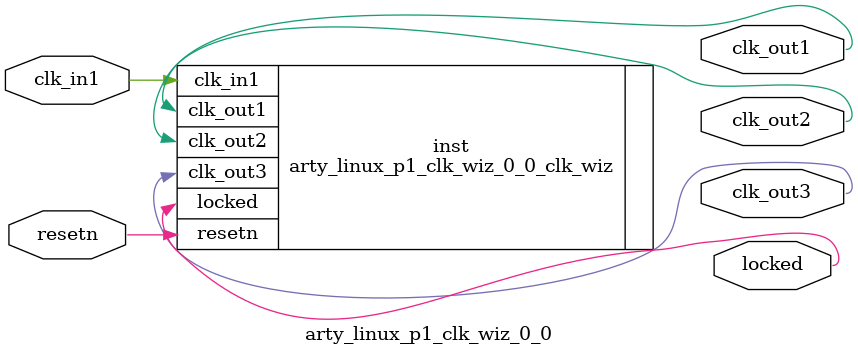
<source format=v>


`timescale 1ps/1ps

(* CORE_GENERATION_INFO = "arty_linux_p1_clk_wiz_0_0,clk_wiz_v5_4_1_0,{component_name=arty_linux_p1_clk_wiz_0_0,use_phase_alignment=true,use_min_o_jitter=false,use_max_i_jitter=false,use_dyn_phase_shift=false,use_inclk_switchover=false,use_dyn_reconfig=false,enable_axi=0,feedback_source=FDBK_AUTO,PRIMITIVE=MMCM,num_out_clk=3,clkin1_period=10.000,clkin2_period=10.000,use_power_down=false,use_reset=true,use_locked=true,use_inclk_stopped=false,feedback_type=SINGLE,CLOCK_MGR_TYPE=NA,manual_override=false}" *)

module arty_linux_p1_clk_wiz_0_0 
 (
  // Clock out ports
  output        clk_out1,
  output        clk_out2,
  output        clk_out3,
  // Status and control signals
  input         resetn,
  output        locked,
 // Clock in ports
  input         clk_in1
 );

  arty_linux_p1_clk_wiz_0_0_clk_wiz inst
  (
  // Clock out ports  
  .clk_out1(clk_out1),
  .clk_out2(clk_out2),
  .clk_out3(clk_out3),
  // Status and control signals               
  .resetn(resetn), 
  .locked(locked),
 // Clock in ports
  .clk_in1(clk_in1)
  );

endmodule

</source>
